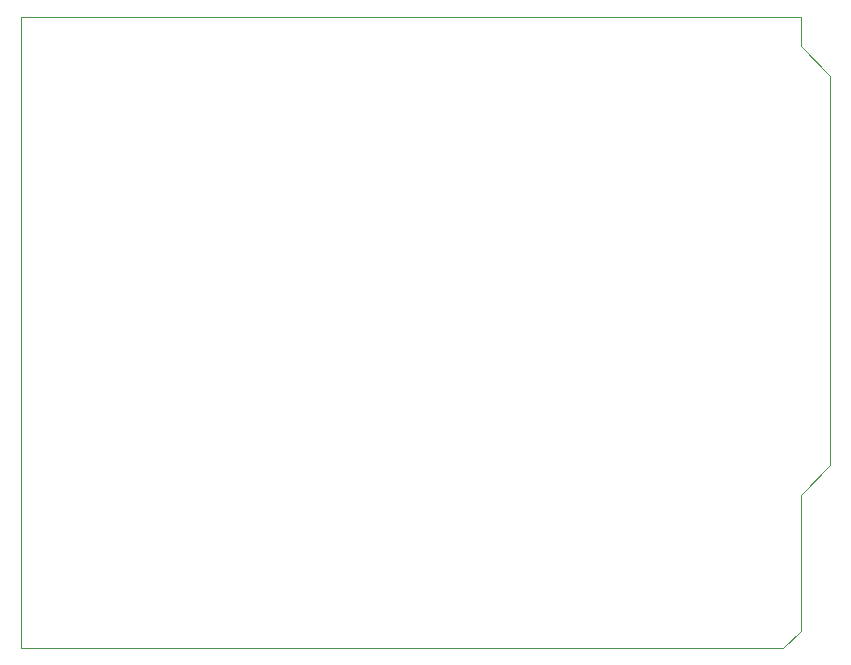
<source format=gbr>
%TF.GenerationSoftware,KiCad,Pcbnew,(6.0.7)*%
%TF.CreationDate,2022-08-22T17:26:44+09:00*%
%TF.ProjectId,LedRouletteShield,4c656452-6f75-46c6-9574-746553686965,rev?*%
%TF.SameCoordinates,Original*%
%TF.FileFunction,Profile,NP*%
%FSLAX46Y46*%
G04 Gerber Fmt 4.6, Leading zero omitted, Abs format (unit mm)*
G04 Created by KiCad (PCBNEW (6.0.7)) date 2022-08-22 17:26:44*
%MOMM*%
%LPD*%
G01*
G04 APERTURE LIST*
%TA.AperFunction,Profile*%
%ADD10C,0.120000*%
%TD*%
G04 APERTURE END LIST*
D10*
%TO.C,A1*%
X211315000Y-34885000D02*
X211315000Y-67885000D01*
X208815000Y-81885000D02*
X207315000Y-83385000D01*
X208815000Y-29885000D02*
X208815000Y-32385000D01*
X142815000Y-83385000D02*
X142815000Y-33885000D01*
X211315000Y-67885000D02*
X208815000Y-70385000D01*
X142815000Y-29885000D02*
X142815000Y-33885000D01*
X207315000Y-83385000D02*
X142815000Y-83385000D01*
X208815000Y-70385000D02*
X208815000Y-81885000D01*
X208815000Y-32385000D02*
X211315000Y-34885000D01*
X208815000Y-29885000D02*
X142815000Y-29885000D01*
%TD*%
M02*

</source>
